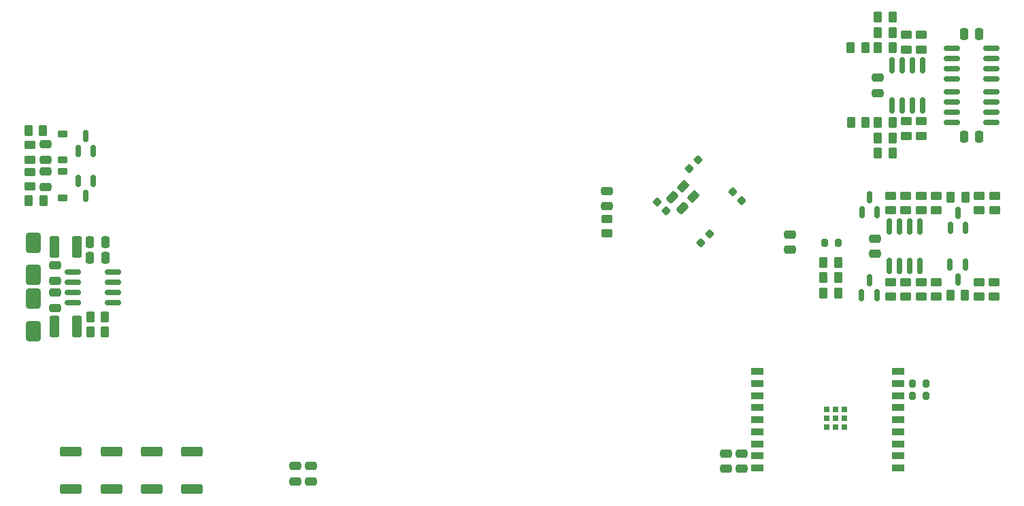
<source format=gbp>
G04 #@! TF.GenerationSoftware,KiCad,Pcbnew,8.0.7*
G04 #@! TF.CreationDate,2025-01-22T18:34:56+01:00*
G04 #@! TF.ProjectId,STM32_GateSignalGenerator,53544d33-325f-4476-9174-655369676e61,rev?*
G04 #@! TF.SameCoordinates,Original*
G04 #@! TF.FileFunction,Paste,Bot*
G04 #@! TF.FilePolarity,Positive*
%FSLAX46Y46*%
G04 Gerber Fmt 4.6, Leading zero omitted, Abs format (unit mm)*
G04 Created by KiCad (PCBNEW 8.0.7) date 2025-01-22 18:34:56*
%MOMM*%
%LPD*%
G01*
G04 APERTURE LIST*
G04 Aperture macros list*
%AMRoundRect*
0 Rectangle with rounded corners*
0 $1 Rounding radius*
0 $2 $3 $4 $5 $6 $7 $8 $9 X,Y pos of 4 corners*
0 Add a 4 corners polygon primitive as box body*
4,1,4,$2,$3,$4,$5,$6,$7,$8,$9,$2,$3,0*
0 Add four circle primitives for the rounded corners*
1,1,$1+$1,$2,$3*
1,1,$1+$1,$4,$5*
1,1,$1+$1,$6,$7*
1,1,$1+$1,$8,$9*
0 Add four rect primitives between the rounded corners*
20,1,$1+$1,$2,$3,$4,$5,0*
20,1,$1+$1,$4,$5,$6,$7,0*
20,1,$1+$1,$6,$7,$8,$9,0*
20,1,$1+$1,$8,$9,$2,$3,0*%
G04 Aperture macros list end*
%ADD10RoundRect,0.250000X0.450000X-0.262500X0.450000X0.262500X-0.450000X0.262500X-0.450000X-0.262500X0*%
%ADD11RoundRect,0.200000X-0.200000X-0.275000X0.200000X-0.275000X0.200000X0.275000X-0.200000X0.275000X0*%
%ADD12RoundRect,0.250000X0.262500X0.450000X-0.262500X0.450000X-0.262500X-0.450000X0.262500X-0.450000X0*%
%ADD13RoundRect,0.250000X0.475000X-0.250000X0.475000X0.250000X-0.475000X0.250000X-0.475000X-0.250000X0*%
%ADD14RoundRect,0.150000X0.150000X-0.825000X0.150000X0.825000X-0.150000X0.825000X-0.150000X-0.825000X0*%
%ADD15RoundRect,0.150000X0.150000X-0.587500X0.150000X0.587500X-0.150000X0.587500X-0.150000X-0.587500X0*%
%ADD16RoundRect,0.250000X1.075000X-0.362500X1.075000X0.362500X-1.075000X0.362500X-1.075000X-0.362500X0*%
%ADD17RoundRect,0.250000X0.375000X1.075000X-0.375000X1.075000X-0.375000X-1.075000X0.375000X-1.075000X0*%
%ADD18RoundRect,0.150000X-0.150000X0.587500X-0.150000X-0.587500X0.150000X-0.587500X0.150000X0.587500X0*%
%ADD19RoundRect,0.250000X-0.262500X-0.450000X0.262500X-0.450000X0.262500X0.450000X-0.262500X0.450000X0*%
%ADD20RoundRect,0.250000X-0.475000X0.250000X-0.475000X-0.250000X0.475000X-0.250000X0.475000X0.250000X0*%
%ADD21RoundRect,0.250000X-0.503814X-0.132583X-0.132583X-0.503814X0.503814X0.132583X0.132583X0.503814X0*%
%ADD22RoundRect,0.250000X-0.450000X0.262500X-0.450000X-0.262500X0.450000X-0.262500X0.450000X0.262500X0*%
%ADD23RoundRect,0.225000X0.375000X-0.225000X0.375000X0.225000X-0.375000X0.225000X-0.375000X-0.225000X0*%
%ADD24RoundRect,0.250000X-0.250000X-0.475000X0.250000X-0.475000X0.250000X0.475000X-0.250000X0.475000X0*%
%ADD25RoundRect,0.225000X-0.335876X-0.017678X-0.017678X-0.335876X0.335876X0.017678X0.017678X0.335876X0*%
%ADD26RoundRect,0.225000X0.335876X0.017678X0.017678X0.335876X-0.335876X-0.017678X-0.017678X-0.335876X0*%
%ADD27RoundRect,0.225000X-0.017678X0.335876X-0.335876X0.017678X0.017678X-0.335876X0.335876X-0.017678X0*%
%ADD28R,0.700000X0.700000*%
%ADD29R,1.500000X0.900000*%
%ADD30RoundRect,0.200000X0.200000X0.275000X-0.200000X0.275000X-0.200000X-0.275000X0.200000X-0.275000X0*%
%ADD31RoundRect,0.225000X-0.375000X0.225000X-0.375000X-0.225000X0.375000X-0.225000X0.375000X0.225000X0*%
%ADD32RoundRect,0.250000X-0.375000X-1.075000X0.375000X-1.075000X0.375000X1.075000X-0.375000X1.075000X0*%
%ADD33RoundRect,0.250000X-0.650000X1.000000X-0.650000X-1.000000X0.650000X-1.000000X0.650000X1.000000X0*%
%ADD34RoundRect,0.250000X0.250000X0.475000X-0.250000X0.475000X-0.250000X-0.475000X0.250000X-0.475000X0*%
%ADD35RoundRect,0.225000X0.017678X-0.335876X0.335876X-0.017678X-0.017678X0.335876X-0.335876X0.017678X0*%
%ADD36RoundRect,0.150000X-0.825000X-0.150000X0.825000X-0.150000X0.825000X0.150000X-0.825000X0.150000X0*%
%ADD37RoundRect,0.250000X0.650000X-1.000000X0.650000X1.000000X-0.650000X1.000000X-0.650000X-1.000000X0*%
%ADD38RoundRect,0.150000X0.825000X0.150000X-0.825000X0.150000X-0.825000X-0.150000X0.825000X-0.150000X0*%
%ADD39RoundRect,0.250000X-0.512652X-0.159099X-0.159099X-0.512652X0.512652X0.159099X0.159099X0.512652X0*%
G04 APERTURE END LIST*
D10*
X195362500Y-114412500D03*
X195362500Y-112587500D03*
D11*
X187177500Y-107647500D03*
X188827500Y-107647500D03*
D12*
X195595000Y-96527500D03*
X193770000Y-96527500D03*
D13*
X174850000Y-135795000D03*
X174850000Y-133895000D03*
D14*
X199367500Y-90552500D03*
X198097500Y-90552500D03*
X196827500Y-90552500D03*
X195557500Y-90552500D03*
X195557500Y-85602500D03*
X196827500Y-85602500D03*
X198097500Y-85602500D03*
X199367500Y-85602500D03*
D12*
X195597500Y-92722500D03*
X193772500Y-92722500D03*
D15*
X193672500Y-103907500D03*
X191772500Y-103907500D03*
X192722500Y-102032500D03*
D13*
X160087500Y-103137500D03*
X160087500Y-101237500D03*
D15*
X193662500Y-114197500D03*
X191762500Y-114197500D03*
X192712500Y-112322500D03*
D16*
X98387851Y-138337500D03*
X98387851Y-133712500D03*
X108387851Y-138337500D03*
X108387851Y-133712500D03*
D17*
X94127500Y-108182500D03*
X91327500Y-108182500D03*
D12*
X97615000Y-118782500D03*
X95790000Y-118782500D03*
D18*
X202765000Y-110420000D03*
X204665000Y-110420000D03*
X203715000Y-112295000D03*
D19*
X88097500Y-102437500D03*
X89922500Y-102437500D03*
D12*
X195600000Y-81517500D03*
X193775000Y-81517500D03*
D20*
X121312500Y-135477500D03*
X121312500Y-137377500D03*
D10*
X208271881Y-114400000D03*
X208271881Y-112575000D03*
D21*
X169542549Y-100628971D03*
X170833019Y-101919441D03*
D22*
X201062500Y-112587500D03*
X201062500Y-114412500D03*
D23*
X92342500Y-102097500D03*
X92342500Y-98797500D03*
D24*
X204482500Y-81697500D03*
X206382500Y-81697500D03*
D12*
X195600000Y-83417500D03*
X193775000Y-83417500D03*
X188855000Y-113927500D03*
X187030000Y-113927500D03*
D13*
X176810000Y-135805000D03*
X176810000Y-133905000D03*
D25*
X166326980Y-102575282D03*
X167422996Y-103671298D03*
D10*
X160097500Y-106510000D03*
X160097500Y-104685000D03*
D19*
X202840000Y-101997500D03*
X204665000Y-101997500D03*
D26*
X176799232Y-102426790D03*
X175703216Y-101330774D03*
D27*
X171368652Y-97356834D03*
X170272636Y-98452850D03*
D28*
X187410000Y-128415000D03*
X187410000Y-129515000D03*
X187410000Y-130615000D03*
X188510000Y-128415000D03*
X188510000Y-129515000D03*
X188510000Y-130615000D03*
X189610000Y-128415000D03*
X189610000Y-129515000D03*
X189610000Y-130615000D03*
D29*
X178800000Y-135715000D03*
X178800000Y-134215000D03*
X178800000Y-132715000D03*
X178800000Y-131215000D03*
X178800000Y-129715000D03*
X178800000Y-128215000D03*
X178800000Y-126715000D03*
X178800000Y-125215000D03*
X178800000Y-123715000D03*
X196300000Y-123715000D03*
X196300000Y-125215000D03*
X196300000Y-126715000D03*
X196300000Y-128215000D03*
X196300000Y-129715000D03*
X196300000Y-131215000D03*
X196300000Y-132715000D03*
X196300000Y-134215000D03*
X196300000Y-135715000D03*
D22*
X197272500Y-101825000D03*
X197272500Y-103650000D03*
D30*
X199760000Y-125245000D03*
X198110000Y-125245000D03*
D20*
X90212500Y-95437500D03*
X90212500Y-97337500D03*
D14*
X199022500Y-110592500D03*
X197752500Y-110592500D03*
X196482500Y-110592500D03*
X195212500Y-110592500D03*
X195212500Y-105642500D03*
X196482500Y-105642500D03*
X197752500Y-105642500D03*
X199022500Y-105642500D03*
D12*
X188855000Y-110127500D03*
X187030000Y-110127500D03*
D13*
X91427500Y-115807500D03*
X91427500Y-113907500D03*
D15*
X96142500Y-96252500D03*
X94242500Y-96252500D03*
X95192500Y-94377500D03*
D20*
X193767500Y-87147500D03*
X193767500Y-89047500D03*
D10*
X197317500Y-83610000D03*
X197317500Y-81785000D03*
D31*
X92342500Y-94097500D03*
X92342500Y-97397500D03*
D32*
X91327500Y-118132500D03*
X94127500Y-118132500D03*
D22*
X199172500Y-101822500D03*
X199172500Y-103647500D03*
D33*
X88702500Y-107657500D03*
X88702500Y-111657500D03*
D19*
X88090000Y-93737500D03*
X89915000Y-93737500D03*
D30*
X199760000Y-126705000D03*
X198110000Y-126705000D03*
D22*
X208282500Y-101817500D03*
X208282500Y-103642500D03*
D20*
X91427500Y-110507500D03*
X91427500Y-112407500D03*
D22*
X88287500Y-95500000D03*
X88287500Y-97325000D03*
D20*
X193432500Y-107177500D03*
X193432500Y-109077500D03*
D22*
X197317500Y-92537500D03*
X197317500Y-94362500D03*
D10*
X199162500Y-114412500D03*
X199162500Y-112587500D03*
D13*
X90212500Y-100737500D03*
X90212500Y-98837500D03*
D22*
X197262500Y-112587500D03*
X197262500Y-114412500D03*
D12*
X195605000Y-79617500D03*
X193780000Y-79617500D03*
D34*
X206392500Y-94457500D03*
X204492500Y-94457500D03*
D18*
X94242500Y-99942500D03*
X96142500Y-99942500D03*
X95192500Y-101817500D03*
D19*
X202802500Y-114227500D03*
X204627500Y-114227500D03*
D24*
X95752500Y-109557500D03*
X97652500Y-109557500D03*
D35*
X171715134Y-107715949D03*
X172811150Y-106619933D03*
D16*
X93387851Y-138337500D03*
X93387851Y-133712500D03*
D12*
X195597500Y-94622500D03*
X193772500Y-94622500D03*
X192245000Y-92722500D03*
X190420000Y-92722500D03*
D15*
X204682500Y-105802500D03*
X202782500Y-105802500D03*
X203732500Y-103927500D03*
D10*
X206371881Y-114410000D03*
X206371881Y-112585000D03*
D36*
X202967500Y-87277500D03*
X202967500Y-86007500D03*
X202967500Y-84737500D03*
X202967500Y-83467500D03*
X207917500Y-83467500D03*
X207917500Y-84737500D03*
X207917500Y-86007500D03*
X207917500Y-87277500D03*
D22*
X206382500Y-101817500D03*
X206382500Y-103642500D03*
D12*
X188855000Y-112027500D03*
X187030000Y-112027500D03*
D16*
X103387851Y-138337500D03*
X103387851Y-133712500D03*
D24*
X95752500Y-107582500D03*
X97652500Y-107582500D03*
D10*
X201072500Y-103647500D03*
X201072500Y-101822500D03*
X88282500Y-100690000D03*
X88282500Y-98865000D03*
D22*
X199217500Y-81782500D03*
X199217500Y-83607500D03*
D37*
X88702500Y-118657500D03*
X88702500Y-114657500D03*
D36*
X202967500Y-92682500D03*
X202967500Y-91412500D03*
X202967500Y-90142500D03*
X202967500Y-88872500D03*
X207917500Y-88872500D03*
X207917500Y-90142500D03*
X207917500Y-91412500D03*
X207917500Y-92682500D03*
D20*
X123272500Y-135477500D03*
X123272500Y-137377500D03*
D13*
X182822500Y-108567500D03*
X182822500Y-106667500D03*
D38*
X98577500Y-111327500D03*
X98577500Y-112597500D03*
X98577500Y-113867500D03*
X98577500Y-115137500D03*
X93627500Y-115137500D03*
X93627500Y-113867500D03*
X93627500Y-112597500D03*
X93627500Y-111327500D03*
D22*
X195372500Y-101825000D03*
X195372500Y-103650000D03*
D10*
X199217500Y-94365000D03*
X199217500Y-92540000D03*
D12*
X97615000Y-116882500D03*
X95790000Y-116882500D03*
D39*
X168158388Y-101988384D03*
X169501890Y-103331886D03*
D12*
X192200000Y-83417500D03*
X190375000Y-83417500D03*
M02*

</source>
